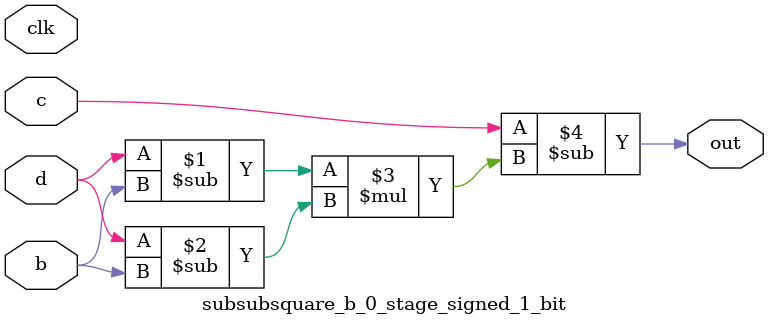
<source format=sv>
(* use_dsp = "yes" *) module subsubsquare_b_0_stage_signed_1_bit(
	input signed [0:0] b,
	input signed [0:0] c,
	input signed [0:0] d,
	output [0:0] out,
	input clk);

	assign out = c - ((d - b) * (d - b));
endmodule

</source>
